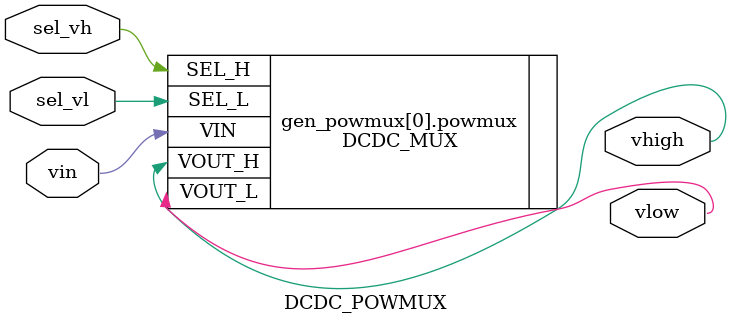
<source format=v>

module DCDC_POWMUX (
	inout vin,
	input sel_vh,
	input sel_vl,
	output vhigh,
	output vlow
);
	// device multiplier
	parameter m = 1;

	//wire sel_vh_inv, sel_vl_inv;

	// power mux
	genvar i;
	generate
        for(i=0; i<m; i=i+1) begin: gen_powmux

		DCDC_MUX powmux (.SEL_H(sel_vh), .SEL_L(sel_vl), .VIN(vin), .VOUT_H(vhigh), .VOUT_L(vlow));
		end
	endgenerate

	// inverters
//@@ 	@na inv1 [m-1:0] (.A({m{sel_vh}}), .Y({m{sel_vh_inv}}));
//@@ 	@nb inv0 [m-1:0] (.A({m{sel_vl}}), .Y({m{sel_vl_inv}}));

endmodule

</source>
